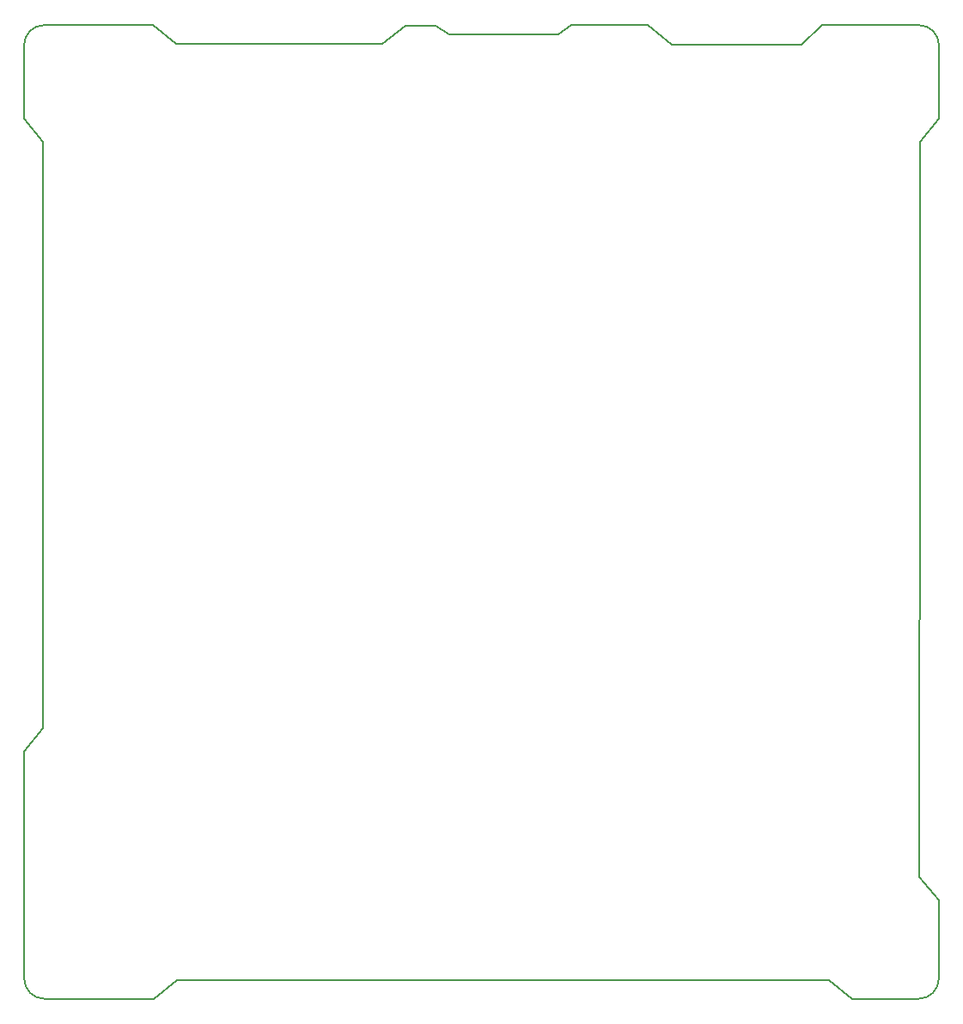
<source format=gm1>
%TF.GenerationSoftware,KiCad,Pcbnew,8.0.8*%
%TF.CreationDate,2025-03-29T21:42:45-04:00*%
%TF.ProjectId,ADCS_board,41444353-5f62-46f6-9172-642e6b696361,v1.2*%
%TF.SameCoordinates,Original*%
%TF.FileFunction,Profile,NP*%
%FSLAX46Y46*%
G04 Gerber Fmt 4.6, Leading zero omitted, Abs format (unit mm)*
G04 Created by KiCad (PCBNEW 8.0.8) date 2025-03-29 21:42:45*
%MOMM*%
%LPD*%
G01*
G04 APERTURE LIST*
%TA.AperFunction,Profile*%
%ADD10C,0.150000*%
%TD*%
G04 APERTURE END LIST*
D10*
X98336100Y-54489100D02*
G75*
G02*
X100336100Y-52489100I2000000J0D01*
G01*
X100336100Y-148374100D02*
G75*
G02*
X98336100Y-146374100I0J2000000D01*
G01*
X188506100Y-146374100D02*
G75*
G02*
X186506100Y-148374100I-2000000J0D01*
G01*
X152276100Y-52499096D02*
X151006100Y-53388096D01*
X140211100Y-53388096D02*
X138931103Y-52527200D01*
X111001600Y-52490200D02*
X100336100Y-52489100D01*
X186506100Y-52489100D02*
G75*
G02*
X188506100Y-54489100I0J-2000000D01*
G01*
X159831600Y-52499096D02*
X152276100Y-52499096D01*
X98300200Y-124048400D02*
X98336100Y-146374100D01*
X151006100Y-53388096D02*
X140211100Y-53388096D01*
X113436400Y-146507200D02*
X111099600Y-148386800D01*
X188506100Y-54489100D02*
X188518800Y-61671200D01*
X188518800Y-138684000D02*
X188506100Y-146374100D01*
X186506100Y-148374100D02*
X179984400Y-148374100D01*
X111099600Y-148386800D02*
X100336100Y-148374100D01*
X100179800Y-121711600D02*
X100230000Y-64008000D01*
X175000000Y-54389800D02*
X177000000Y-52489100D01*
X113338400Y-54369800D02*
X133604000Y-54369800D01*
X177628300Y-146507200D02*
X113436400Y-146507200D01*
X98336100Y-54489100D02*
X98330200Y-61671200D01*
X138931103Y-52527200D02*
X135940800Y-52527200D01*
X162168400Y-54389800D02*
X159831600Y-52499096D01*
X100230000Y-64008000D02*
X98330200Y-61671200D01*
X133604000Y-54369800D02*
X135940800Y-52527200D01*
X186588400Y-136347200D02*
X188518800Y-138684000D01*
X186639200Y-64008000D02*
X188518800Y-61671200D01*
X100179800Y-121711600D02*
X98300200Y-124048400D01*
X113338400Y-54369800D02*
X111001600Y-52490200D01*
X186639200Y-64008000D02*
X186639200Y-86055200D01*
X177628300Y-146507200D02*
X179984400Y-148374100D01*
X186506100Y-52489100D02*
X177000000Y-52489100D01*
X162168400Y-54389800D02*
X175000000Y-54389800D01*
X186639200Y-86055200D02*
X186588400Y-136347200D01*
M02*

</source>
